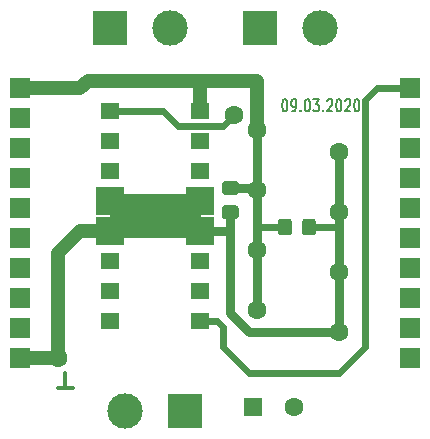
<source format=gbr>
G04 #@! TF.GenerationSoftware,KiCad,Pcbnew,(5.1.4)-1*
G04 #@! TF.CreationDate,2020-03-09T15:05:49+03:00*
G04 #@! TF.ProjectId,L293,4c323933-2e6b-4696-9361-645f70636258,rev?*
G04 #@! TF.SameCoordinates,Original*
G04 #@! TF.FileFunction,Copper,L1,Top*
G04 #@! TF.FilePolarity,Positive*
%FSLAX46Y46*%
G04 Gerber Fmt 4.6, Leading zero omitted, Abs format (unit mm)*
G04 Created by KiCad (PCBNEW (5.1.4)-1) date 2020-03-09 15:05:49*
%MOMM*%
%LPD*%
G04 APERTURE LIST*
%ADD10C,0.150000*%
%ADD11C,0.100000*%
%ADD12C,1.600000*%
%ADD13R,1.600000X1.600000*%
%ADD14R,1.700000X1.700000*%
%ADD15C,1.150000*%
%ADD16R,3.000000X3.000000*%
%ADD17C,3.000000*%
%ADD18R,1.600000X1.400000*%
%ADD19R,2.400000X2.400000*%
%ADD20C,0.300000*%
%ADD21C,0.600000*%
%ADD22C,0.800000*%
%ADD23C,1.200000*%
G04 APERTURE END LIST*
D10*
X115064285Y-60632380D02*
X115140476Y-60632380D01*
X115216666Y-60680000D01*
X115254761Y-60727619D01*
X115292857Y-60822857D01*
X115330952Y-61013333D01*
X115330952Y-61251428D01*
X115292857Y-61441904D01*
X115254761Y-61537142D01*
X115216666Y-61584761D01*
X115140476Y-61632380D01*
X115064285Y-61632380D01*
X114988095Y-61584761D01*
X114950000Y-61537142D01*
X114911904Y-61441904D01*
X114873809Y-61251428D01*
X114873809Y-61013333D01*
X114911904Y-60822857D01*
X114950000Y-60727619D01*
X114988095Y-60680000D01*
X115064285Y-60632380D01*
X115711904Y-61632380D02*
X115864285Y-61632380D01*
X115940476Y-61584761D01*
X115978571Y-61537142D01*
X116054761Y-61394285D01*
X116092857Y-61203809D01*
X116092857Y-60822857D01*
X116054761Y-60727619D01*
X116016666Y-60680000D01*
X115940476Y-60632380D01*
X115788095Y-60632380D01*
X115711904Y-60680000D01*
X115673809Y-60727619D01*
X115635714Y-60822857D01*
X115635714Y-61060952D01*
X115673809Y-61156190D01*
X115711904Y-61203809D01*
X115788095Y-61251428D01*
X115940476Y-61251428D01*
X116016666Y-61203809D01*
X116054761Y-61156190D01*
X116092857Y-61060952D01*
X116435714Y-61537142D02*
X116473809Y-61584761D01*
X116435714Y-61632380D01*
X116397619Y-61584761D01*
X116435714Y-61537142D01*
X116435714Y-61632380D01*
X116969047Y-60632380D02*
X117045238Y-60632380D01*
X117121428Y-60680000D01*
X117159523Y-60727619D01*
X117197619Y-60822857D01*
X117235714Y-61013333D01*
X117235714Y-61251428D01*
X117197619Y-61441904D01*
X117159523Y-61537142D01*
X117121428Y-61584761D01*
X117045238Y-61632380D01*
X116969047Y-61632380D01*
X116892857Y-61584761D01*
X116854761Y-61537142D01*
X116816666Y-61441904D01*
X116778571Y-61251428D01*
X116778571Y-61013333D01*
X116816666Y-60822857D01*
X116854761Y-60727619D01*
X116892857Y-60680000D01*
X116969047Y-60632380D01*
X117502380Y-60632380D02*
X117997619Y-60632380D01*
X117730952Y-61013333D01*
X117845238Y-61013333D01*
X117921428Y-61060952D01*
X117959523Y-61108571D01*
X117997619Y-61203809D01*
X117997619Y-61441904D01*
X117959523Y-61537142D01*
X117921428Y-61584761D01*
X117845238Y-61632380D01*
X117616666Y-61632380D01*
X117540476Y-61584761D01*
X117502380Y-61537142D01*
X118340476Y-61537142D02*
X118378571Y-61584761D01*
X118340476Y-61632380D01*
X118302380Y-61584761D01*
X118340476Y-61537142D01*
X118340476Y-61632380D01*
X118683333Y-60727619D02*
X118721428Y-60680000D01*
X118797619Y-60632380D01*
X118988095Y-60632380D01*
X119064285Y-60680000D01*
X119102380Y-60727619D01*
X119140476Y-60822857D01*
X119140476Y-60918095D01*
X119102380Y-61060952D01*
X118645238Y-61632380D01*
X119140476Y-61632380D01*
X119635714Y-60632380D02*
X119711904Y-60632380D01*
X119788095Y-60680000D01*
X119826190Y-60727619D01*
X119864285Y-60822857D01*
X119902380Y-61013333D01*
X119902380Y-61251428D01*
X119864285Y-61441904D01*
X119826190Y-61537142D01*
X119788095Y-61584761D01*
X119711904Y-61632380D01*
X119635714Y-61632380D01*
X119559523Y-61584761D01*
X119521428Y-61537142D01*
X119483333Y-61441904D01*
X119445238Y-61251428D01*
X119445238Y-61013333D01*
X119483333Y-60822857D01*
X119521428Y-60727619D01*
X119559523Y-60680000D01*
X119635714Y-60632380D01*
X120207142Y-60727619D02*
X120245238Y-60680000D01*
X120321428Y-60632380D01*
X120511904Y-60632380D01*
X120588095Y-60680000D01*
X120626190Y-60727619D01*
X120664285Y-60822857D01*
X120664285Y-60918095D01*
X120626190Y-61060952D01*
X120169047Y-61632380D01*
X120664285Y-61632380D01*
X121159523Y-60632380D02*
X121235714Y-60632380D01*
X121311904Y-60680000D01*
X121350000Y-60727619D01*
X121388095Y-60822857D01*
X121426190Y-61013333D01*
X121426190Y-61251428D01*
X121388095Y-61441904D01*
X121350000Y-61537142D01*
X121311904Y-61584761D01*
X121235714Y-61632380D01*
X121159523Y-61632380D01*
X121083333Y-61584761D01*
X121045238Y-61537142D01*
X121007142Y-61441904D01*
X120969047Y-61251428D01*
X120969047Y-61013333D01*
X121007142Y-60822857D01*
X121045238Y-60727619D01*
X121083333Y-60680000D01*
X121159523Y-60632380D01*
D11*
G36*
X107950000Y-71755000D02*
G01*
X100330000Y-71755000D01*
X100330000Y-69215000D01*
X107950000Y-69215000D01*
X107950000Y-71755000D01*
G37*
X107950000Y-71755000D02*
X100330000Y-71755000D01*
X100330000Y-69215000D01*
X107950000Y-69215000D01*
X107950000Y-71755000D01*
D12*
X115895000Y-86677500D03*
D13*
X112395000Y-86677500D03*
D14*
X125730000Y-82550000D03*
X125730000Y-80010000D03*
X125730000Y-77470000D03*
X125730000Y-74930000D03*
X125730000Y-72390000D03*
X125730000Y-69850000D03*
X125730000Y-67310000D03*
X125730000Y-64770000D03*
X125730000Y-62230000D03*
X125730000Y-59690000D03*
X92710000Y-62230000D03*
X92710000Y-64770000D03*
X92710000Y-67310000D03*
X92710000Y-69850000D03*
X92710000Y-72390000D03*
X92710000Y-74930000D03*
X92710000Y-77470000D03*
X92710000Y-80010000D03*
X92710000Y-59690000D03*
X92710000Y-82550000D03*
D11*
G36*
X115457005Y-70738704D02*
G01*
X115481273Y-70742304D01*
X115505072Y-70748265D01*
X115528171Y-70756530D01*
X115550350Y-70767020D01*
X115571393Y-70779632D01*
X115591099Y-70794247D01*
X115609277Y-70810723D01*
X115625753Y-70828901D01*
X115640368Y-70848607D01*
X115652980Y-70869650D01*
X115663470Y-70891829D01*
X115671735Y-70914928D01*
X115677696Y-70938727D01*
X115681296Y-70962995D01*
X115682500Y-70987499D01*
X115682500Y-71887501D01*
X115681296Y-71912005D01*
X115677696Y-71936273D01*
X115671735Y-71960072D01*
X115663470Y-71983171D01*
X115652980Y-72005350D01*
X115640368Y-72026393D01*
X115625753Y-72046099D01*
X115609277Y-72064277D01*
X115591099Y-72080753D01*
X115571393Y-72095368D01*
X115550350Y-72107980D01*
X115528171Y-72118470D01*
X115505072Y-72126735D01*
X115481273Y-72132696D01*
X115457005Y-72136296D01*
X115432501Y-72137500D01*
X114782499Y-72137500D01*
X114757995Y-72136296D01*
X114733727Y-72132696D01*
X114709928Y-72126735D01*
X114686829Y-72118470D01*
X114664650Y-72107980D01*
X114643607Y-72095368D01*
X114623901Y-72080753D01*
X114605723Y-72064277D01*
X114589247Y-72046099D01*
X114574632Y-72026393D01*
X114562020Y-72005350D01*
X114551530Y-71983171D01*
X114543265Y-71960072D01*
X114537304Y-71936273D01*
X114533704Y-71912005D01*
X114532500Y-71887501D01*
X114532500Y-70987499D01*
X114533704Y-70962995D01*
X114537304Y-70938727D01*
X114543265Y-70914928D01*
X114551530Y-70891829D01*
X114562020Y-70869650D01*
X114574632Y-70848607D01*
X114589247Y-70828901D01*
X114605723Y-70810723D01*
X114623901Y-70794247D01*
X114643607Y-70779632D01*
X114664650Y-70767020D01*
X114686829Y-70756530D01*
X114709928Y-70748265D01*
X114733727Y-70742304D01*
X114757995Y-70738704D01*
X114782499Y-70737500D01*
X115432501Y-70737500D01*
X115457005Y-70738704D01*
X115457005Y-70738704D01*
G37*
D15*
X115107500Y-71437500D03*
D11*
G36*
X117507005Y-70738704D02*
G01*
X117531273Y-70742304D01*
X117555072Y-70748265D01*
X117578171Y-70756530D01*
X117600350Y-70767020D01*
X117621393Y-70779632D01*
X117641099Y-70794247D01*
X117659277Y-70810723D01*
X117675753Y-70828901D01*
X117690368Y-70848607D01*
X117702980Y-70869650D01*
X117713470Y-70891829D01*
X117721735Y-70914928D01*
X117727696Y-70938727D01*
X117731296Y-70962995D01*
X117732500Y-70987499D01*
X117732500Y-71887501D01*
X117731296Y-71912005D01*
X117727696Y-71936273D01*
X117721735Y-71960072D01*
X117713470Y-71983171D01*
X117702980Y-72005350D01*
X117690368Y-72026393D01*
X117675753Y-72046099D01*
X117659277Y-72064277D01*
X117641099Y-72080753D01*
X117621393Y-72095368D01*
X117600350Y-72107980D01*
X117578171Y-72118470D01*
X117555072Y-72126735D01*
X117531273Y-72132696D01*
X117507005Y-72136296D01*
X117482501Y-72137500D01*
X116832499Y-72137500D01*
X116807995Y-72136296D01*
X116783727Y-72132696D01*
X116759928Y-72126735D01*
X116736829Y-72118470D01*
X116714650Y-72107980D01*
X116693607Y-72095368D01*
X116673901Y-72080753D01*
X116655723Y-72064277D01*
X116639247Y-72046099D01*
X116624632Y-72026393D01*
X116612020Y-72005350D01*
X116601530Y-71983171D01*
X116593265Y-71960072D01*
X116587304Y-71936273D01*
X116583704Y-71912005D01*
X116582500Y-71887501D01*
X116582500Y-70987499D01*
X116583704Y-70962995D01*
X116587304Y-70938727D01*
X116593265Y-70914928D01*
X116601530Y-70891829D01*
X116612020Y-70869650D01*
X116624632Y-70848607D01*
X116639247Y-70828901D01*
X116655723Y-70810723D01*
X116673901Y-70794247D01*
X116693607Y-70779632D01*
X116714650Y-70767020D01*
X116736829Y-70756530D01*
X116759928Y-70748265D01*
X116783727Y-70742304D01*
X116807995Y-70738704D01*
X116832499Y-70737500D01*
X117482501Y-70737500D01*
X117507005Y-70738704D01*
X117507005Y-70738704D01*
G37*
D15*
X117157500Y-71437500D03*
D16*
X106680000Y-86995000D03*
D17*
X101600000Y-86995000D03*
X105410000Y-54610000D03*
D16*
X100330000Y-54610000D03*
X113030000Y-54610000D03*
D17*
X118110000Y-54610000D03*
D18*
X100330000Y-61595000D03*
X107950000Y-79375000D03*
X100330000Y-64135000D03*
X107950000Y-76835000D03*
X100330000Y-66675000D03*
X107950000Y-74295000D03*
D19*
X100330000Y-69215000D03*
X107950000Y-71755000D03*
X100330000Y-71755000D03*
X107950000Y-69215000D03*
D18*
X100330000Y-74295000D03*
X107950000Y-66675000D03*
X100330000Y-76835000D03*
X107950000Y-64135000D03*
X100330000Y-79375000D03*
X107950000Y-61595000D03*
D11*
G36*
X110964505Y-67543704D02*
G01*
X110988773Y-67547304D01*
X111012572Y-67553265D01*
X111035671Y-67561530D01*
X111057850Y-67572020D01*
X111078893Y-67584632D01*
X111098599Y-67599247D01*
X111116777Y-67615723D01*
X111133253Y-67633901D01*
X111147868Y-67653607D01*
X111160480Y-67674650D01*
X111170970Y-67696829D01*
X111179235Y-67719928D01*
X111185196Y-67743727D01*
X111188796Y-67767995D01*
X111190000Y-67792499D01*
X111190000Y-68442501D01*
X111188796Y-68467005D01*
X111185196Y-68491273D01*
X111179235Y-68515072D01*
X111170970Y-68538171D01*
X111160480Y-68560350D01*
X111147868Y-68581393D01*
X111133253Y-68601099D01*
X111116777Y-68619277D01*
X111098599Y-68635753D01*
X111078893Y-68650368D01*
X111057850Y-68662980D01*
X111035671Y-68673470D01*
X111012572Y-68681735D01*
X110988773Y-68687696D01*
X110964505Y-68691296D01*
X110940001Y-68692500D01*
X110039999Y-68692500D01*
X110015495Y-68691296D01*
X109991227Y-68687696D01*
X109967428Y-68681735D01*
X109944329Y-68673470D01*
X109922150Y-68662980D01*
X109901107Y-68650368D01*
X109881401Y-68635753D01*
X109863223Y-68619277D01*
X109846747Y-68601099D01*
X109832132Y-68581393D01*
X109819520Y-68560350D01*
X109809030Y-68538171D01*
X109800765Y-68515072D01*
X109794804Y-68491273D01*
X109791204Y-68467005D01*
X109790000Y-68442501D01*
X109790000Y-67792499D01*
X109791204Y-67767995D01*
X109794804Y-67743727D01*
X109800765Y-67719928D01*
X109809030Y-67696829D01*
X109819520Y-67674650D01*
X109832132Y-67653607D01*
X109846747Y-67633901D01*
X109863223Y-67615723D01*
X109881401Y-67599247D01*
X109901107Y-67584632D01*
X109922150Y-67572020D01*
X109944329Y-67561530D01*
X109967428Y-67553265D01*
X109991227Y-67547304D01*
X110015495Y-67543704D01*
X110039999Y-67542500D01*
X110940001Y-67542500D01*
X110964505Y-67543704D01*
X110964505Y-67543704D01*
G37*
D15*
X110490000Y-68117500D03*
D11*
G36*
X110964505Y-69593704D02*
G01*
X110988773Y-69597304D01*
X111012572Y-69603265D01*
X111035671Y-69611530D01*
X111057850Y-69622020D01*
X111078893Y-69634632D01*
X111098599Y-69649247D01*
X111116777Y-69665723D01*
X111133253Y-69683901D01*
X111147868Y-69703607D01*
X111160480Y-69724650D01*
X111170970Y-69746829D01*
X111179235Y-69769928D01*
X111185196Y-69793727D01*
X111188796Y-69817995D01*
X111190000Y-69842499D01*
X111190000Y-70492501D01*
X111188796Y-70517005D01*
X111185196Y-70541273D01*
X111179235Y-70565072D01*
X111170970Y-70588171D01*
X111160480Y-70610350D01*
X111147868Y-70631393D01*
X111133253Y-70651099D01*
X111116777Y-70669277D01*
X111098599Y-70685753D01*
X111078893Y-70700368D01*
X111057850Y-70712980D01*
X111035671Y-70723470D01*
X111012572Y-70731735D01*
X110988773Y-70737696D01*
X110964505Y-70741296D01*
X110940001Y-70742500D01*
X110039999Y-70742500D01*
X110015495Y-70741296D01*
X109991227Y-70737696D01*
X109967428Y-70731735D01*
X109944329Y-70723470D01*
X109922150Y-70712980D01*
X109901107Y-70700368D01*
X109881401Y-70685753D01*
X109863223Y-70669277D01*
X109846747Y-70651099D01*
X109832132Y-70631393D01*
X109819520Y-70610350D01*
X109809030Y-70588171D01*
X109800765Y-70565072D01*
X109794804Y-70541273D01*
X109791204Y-70517005D01*
X109790000Y-70492501D01*
X109790000Y-69842499D01*
X109791204Y-69817995D01*
X109794804Y-69793727D01*
X109800765Y-69769928D01*
X109809030Y-69746829D01*
X109819520Y-69724650D01*
X109832132Y-69703607D01*
X109846747Y-69683901D01*
X109863223Y-69665723D01*
X109881401Y-69649247D01*
X109901107Y-69634632D01*
X109922150Y-69622020D01*
X109944329Y-69611530D01*
X109967428Y-69603265D01*
X109991227Y-69597304D01*
X110015495Y-69593704D01*
X110039999Y-69592500D01*
X110940001Y-69592500D01*
X110964505Y-69593704D01*
X110964505Y-69593704D01*
G37*
D15*
X110490000Y-70167500D03*
D12*
X110807500Y-61912500D03*
X112715000Y-63185000D03*
X112715000Y-68265000D03*
X112715000Y-73345000D03*
X112715000Y-78425000D03*
X119695000Y-65085000D03*
X119697500Y-70167500D03*
X119695000Y-75245000D03*
X119695000Y-80325000D03*
X95885000Y-82550000D03*
D20*
X96520000Y-83820000D02*
X96520000Y-85090000D01*
X96520000Y-85090000D02*
X95885000Y-85090000D01*
X95885000Y-85090000D02*
X97155000Y-85090000D01*
D21*
X100330000Y-61595000D02*
X104775000Y-61595000D01*
X104775000Y-61595000D02*
X106045000Y-62865000D01*
X106045000Y-62865000D02*
X109855000Y-62865000D01*
X109855000Y-62865000D02*
X110807500Y-61912500D01*
X110807500Y-61912500D02*
X110807500Y-61912500D01*
X109350000Y-79375000D02*
X107950000Y-79375000D01*
X109855000Y-81597500D02*
X109855000Y-79880000D01*
X125730000Y-59690000D02*
X122872500Y-59690000D01*
X122872500Y-59690000D02*
X121920000Y-60642500D01*
X121920000Y-60642500D02*
X121920000Y-81597500D01*
X121920000Y-81597500D02*
X119697500Y-83820000D01*
X119697500Y-83820000D02*
X112077500Y-83820000D01*
X109855000Y-79880000D02*
X109350000Y-79375000D01*
X112077500Y-83820000D02*
X109855000Y-81597500D01*
D22*
X112715000Y-63185000D02*
X112715000Y-68265000D01*
X112715000Y-73345000D02*
X112715000Y-78425000D01*
D21*
X112717500Y-71437500D02*
X112715000Y-71435000D01*
X115107500Y-71437500D02*
X112717500Y-71437500D01*
D22*
X112715000Y-68265000D02*
X112715000Y-71435000D01*
X112715000Y-71435000D02*
X112715000Y-73345000D01*
D23*
X112715000Y-59057500D02*
X112715000Y-63185000D01*
X112712500Y-59055000D02*
X112715000Y-59057500D01*
X92710000Y-59690000D02*
X97790000Y-59690000D01*
X97790000Y-59690000D02*
X98425000Y-59055000D01*
X107950000Y-60463630D02*
X107950000Y-59055000D01*
X107950000Y-61595000D02*
X107950000Y-60463630D01*
X98425000Y-59055000D02*
X107950000Y-59055000D01*
X107950000Y-59055000D02*
X112712500Y-59055000D01*
D22*
X112567500Y-68117500D02*
X112715000Y-68265000D01*
X110490000Y-68117500D02*
X112567500Y-68117500D01*
D23*
X95885000Y-73660000D02*
X95885000Y-82550000D01*
X97790000Y-71755000D02*
X100330000Y-71755000D01*
D22*
X119695000Y-70165000D02*
X119697500Y-70167500D01*
X119695000Y-65085000D02*
X119695000Y-70165000D01*
X119697500Y-75242500D02*
X119695000Y-75245000D01*
X119695000Y-75245000D02*
X119695000Y-80325000D01*
D21*
X117157500Y-71437500D02*
X119697500Y-71437500D01*
D22*
X119697500Y-70167500D02*
X119697500Y-71437500D01*
X119697500Y-71437500D02*
X119697500Y-75242500D01*
D23*
X100330000Y-71755000D02*
X107950000Y-71755000D01*
X100330000Y-69215000D02*
X107950000Y-69215000D01*
D22*
X112075000Y-80325000D02*
X119695000Y-80325000D01*
X110490000Y-78740000D02*
X112075000Y-80325000D01*
X107950000Y-71755000D02*
X110490000Y-71755000D01*
X110490000Y-71755000D02*
X110490000Y-78740000D01*
D23*
X95885000Y-73660000D02*
X97790000Y-71755000D01*
X95885000Y-82550000D02*
X92710000Y-82550000D01*
D22*
X110490000Y-70167500D02*
X110490000Y-71755000D01*
M02*

</source>
